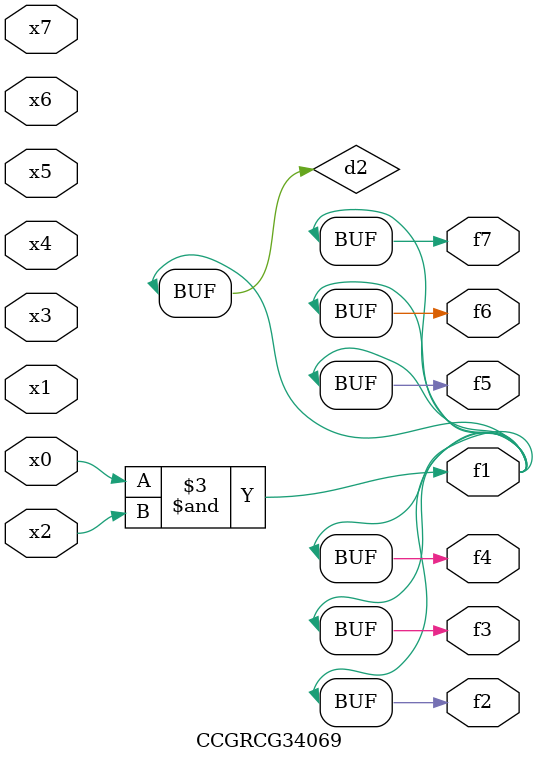
<source format=v>
module CCGRCG34069(
	input x0, x1, x2, x3, x4, x5, x6, x7,
	output f1, f2, f3, f4, f5, f6, f7
);

	wire d1, d2;

	nor (d1, x3, x6);
	and (d2, x0, x2);
	assign f1 = d2;
	assign f2 = d2;
	assign f3 = d2;
	assign f4 = d2;
	assign f5 = d2;
	assign f6 = d2;
	assign f7 = d2;
endmodule

</source>
